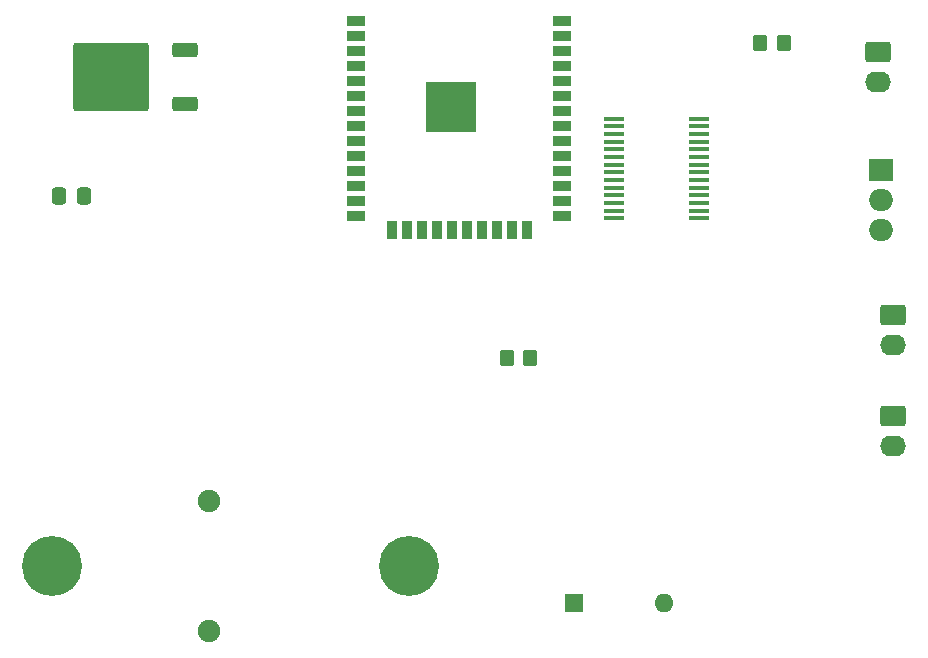
<source format=gbr>
%TF.GenerationSoftware,KiCad,Pcbnew,7.0.10*%
%TF.CreationDate,2024-03-05T16:09:13-06:00*%
%TF.ProjectId,shematic for power and light system,7368656d-6174-4696-9320-666f7220706f,rev?*%
%TF.SameCoordinates,Original*%
%TF.FileFunction,Soldermask,Top*%
%TF.FilePolarity,Negative*%
%FSLAX46Y46*%
G04 Gerber Fmt 4.6, Leading zero omitted, Abs format (unit mm)*
G04 Created by KiCad (PCBNEW 7.0.10) date 2024-03-05 16:09:13*
%MOMM*%
%LPD*%
G01*
G04 APERTURE LIST*
G04 Aperture macros list*
%AMRoundRect*
0 Rectangle with rounded corners*
0 $1 Rounding radius*
0 $2 $3 $4 $5 $6 $7 $8 $9 X,Y pos of 4 corners*
0 Add a 4 corners polygon primitive as box body*
4,1,4,$2,$3,$4,$5,$6,$7,$8,$9,$2,$3,0*
0 Add four circle primitives for the rounded corners*
1,1,$1+$1,$2,$3*
1,1,$1+$1,$4,$5*
1,1,$1+$1,$6,$7*
1,1,$1+$1,$8,$9*
0 Add four rect primitives between the rounded corners*
20,1,$1+$1,$2,$3,$4,$5,0*
20,1,$1+$1,$4,$5,$6,$7,0*
20,1,$1+$1,$6,$7,$8,$9,0*
20,1,$1+$1,$8,$9,$2,$3,0*%
G04 Aperture macros list end*
%ADD10C,1.905000*%
%ADD11C,5.080000*%
%ADD12R,2.000000X1.905000*%
%ADD13O,2.000000X1.905000*%
%ADD14RoundRect,0.250000X-0.350000X-0.450000X0.350000X-0.450000X0.350000X0.450000X-0.350000X0.450000X0*%
%ADD15RoundRect,0.250000X-0.845000X0.620000X-0.845000X-0.620000X0.845000X-0.620000X0.845000X0.620000X0*%
%ADD16O,2.190000X1.740000*%
%ADD17RoundRect,0.250000X0.850000X0.350000X-0.850000X0.350000X-0.850000X-0.350000X0.850000X-0.350000X0*%
%ADD18RoundRect,0.249997X2.950003X2.650003X-2.950003X2.650003X-2.950003X-2.650003X2.950003X-2.650003X0*%
%ADD19RoundRect,0.250000X-0.337500X-0.475000X0.337500X-0.475000X0.337500X0.475000X-0.337500X0.475000X0*%
%ADD20R,1.500000X0.900000*%
%ADD21R,0.900000X1.500000*%
%ADD22C,0.600000*%
%ADD23R,4.200000X4.200000*%
%ADD24R,1.600000X1.600000*%
%ADD25O,1.600000X1.600000*%
%ADD26R,1.750000X0.450000*%
G04 APERTURE END LIST*
D10*
%TO.C,U1*%
X114300000Y-127889000D03*
X114300000Y-116840000D03*
D11*
X131191000Y-122364500D03*
X101015800Y-122364500D03*
%TD*%
D12*
%TO.C,Q1*%
X171223388Y-88891149D03*
D13*
X171223388Y-91431149D03*
X171223388Y-93971149D03*
%TD*%
D14*
%TO.C,R2*%
X160952490Y-78134426D03*
X162952490Y-78134426D03*
%TD*%
D15*
%TO.C,+12V1*%
X172221597Y-101099857D03*
D16*
X172221597Y-103639857D03*
%TD*%
D15*
%TO.C,BlueTooth1*%
X170904782Y-78889055D03*
D16*
X170904782Y-81429055D03*
%TD*%
D14*
%TO.C,R1*%
X139489846Y-104778417D03*
X141489846Y-104778417D03*
%TD*%
D17*
%TO.C,U2*%
X112286778Y-83284418D03*
D18*
X105986778Y-81004418D03*
D17*
X112286778Y-78724418D03*
%TD*%
D19*
%TO.C,C1*%
X101600000Y-91059000D03*
X103675000Y-91059000D03*
%TD*%
D15*
%TO.C,LED1*%
X172221597Y-109699267D03*
D16*
X172221597Y-112239267D03*
%TD*%
D20*
%TO.C,U3*%
X126727234Y-76199999D03*
X126727234Y-77469999D03*
X126727234Y-78739999D03*
X126727234Y-80009999D03*
X126727234Y-81279999D03*
X126727234Y-82549999D03*
X126727234Y-83819999D03*
X126727234Y-85089999D03*
X126727234Y-86359999D03*
X126727234Y-87629999D03*
X126727234Y-88899999D03*
X126727234Y-90169999D03*
X126727234Y-91439999D03*
X126727234Y-92709999D03*
D21*
X129767234Y-93959999D03*
X131037234Y-93959999D03*
X132307234Y-93959999D03*
X133577234Y-93959999D03*
X134847234Y-93959999D03*
X136117234Y-93959999D03*
X137387234Y-93959999D03*
X138657234Y-93959999D03*
X139927234Y-93959999D03*
X141197234Y-93959999D03*
D20*
X144227234Y-92709999D03*
X144227234Y-91439999D03*
X144227234Y-90169999D03*
X144227234Y-88899999D03*
X144227234Y-87629999D03*
X144227234Y-86359999D03*
X144227234Y-85089999D03*
X144227234Y-83819999D03*
X144227234Y-82549999D03*
X144227234Y-81279999D03*
X144227234Y-80009999D03*
X144227234Y-78739999D03*
X144227234Y-77469999D03*
X144227234Y-76199999D03*
D22*
X133272234Y-82777499D03*
X133272234Y-84302499D03*
X134034734Y-82014999D03*
X134034734Y-83539999D03*
X134034734Y-85064999D03*
X134797234Y-82777499D03*
D23*
X134797234Y-83539999D03*
D22*
X134797234Y-84302499D03*
X135559734Y-82014999D03*
X135559734Y-83539999D03*
X135559734Y-85064999D03*
X136322234Y-82777499D03*
X136322234Y-84302499D03*
%TD*%
D24*
%TO.C,SW1*%
X145192146Y-125508270D03*
D25*
X152812146Y-125508270D03*
%TD*%
D26*
%TO.C,U4*%
X148592726Y-84492633D03*
X148592726Y-85142633D03*
X148592726Y-85792633D03*
X148592726Y-86442633D03*
X148592726Y-87092633D03*
X148592726Y-87742633D03*
X148592726Y-88392633D03*
X148592726Y-89042633D03*
X148592726Y-89692633D03*
X148592726Y-90342633D03*
X148592726Y-90992633D03*
X148592726Y-91642633D03*
X148592726Y-92292633D03*
X148592726Y-92942633D03*
X155792726Y-92942633D03*
X155792726Y-92292633D03*
X155792726Y-91642633D03*
X155792726Y-90992633D03*
X155792726Y-90342633D03*
X155792726Y-89692633D03*
X155792726Y-89042633D03*
X155792726Y-88392633D03*
X155792726Y-87742633D03*
X155792726Y-87092633D03*
X155792726Y-86442633D03*
X155792726Y-85792633D03*
X155792726Y-85142633D03*
X155792726Y-84492633D03*
%TD*%
M02*

</source>
